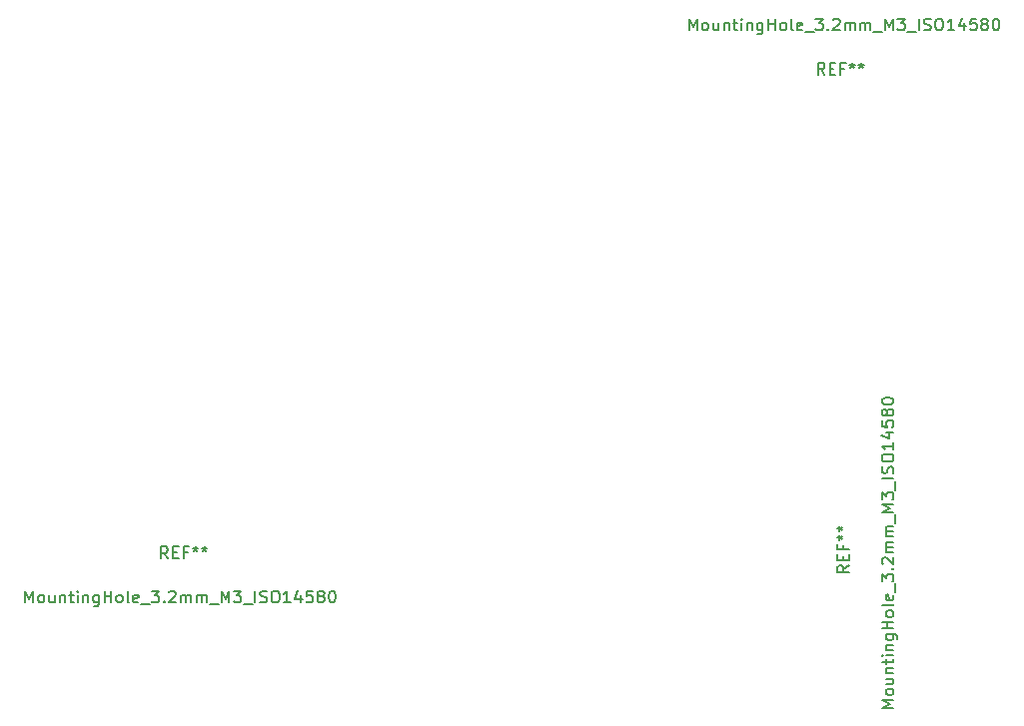
<source format=gbr>
G04 #@! TF.GenerationSoftware,KiCad,Pcbnew,5.1.6*
G04 #@! TF.CreationDate,2020-08-06T14:11:33+02:00*
G04 #@! TF.ProjectId,protoboard,70726f74-6f62-46f6-9172-642e6b696361,rev?*
G04 #@! TF.SameCoordinates,Original*
G04 #@! TF.FileFunction,Other,Fab,Top*
%FSLAX46Y46*%
G04 Gerber Fmt 4.6, Leading zero omitted, Abs format (unit mm)*
G04 Created by KiCad (PCBNEW 5.1.6) date 2020-08-06 14:11:33*
%MOMM*%
%LPD*%
G01*
G04 APERTURE LIST*
%ADD10C,0.150000*%
G04 APERTURE END LIST*
D10*
X90512952Y-30103380D02*
X90512952Y-29103380D01*
X90846285Y-29817666D01*
X91179619Y-29103380D01*
X91179619Y-30103380D01*
X91798666Y-30103380D02*
X91703428Y-30055761D01*
X91655809Y-30008142D01*
X91608190Y-29912904D01*
X91608190Y-29627190D01*
X91655809Y-29531952D01*
X91703428Y-29484333D01*
X91798666Y-29436714D01*
X91941523Y-29436714D01*
X92036761Y-29484333D01*
X92084380Y-29531952D01*
X92131999Y-29627190D01*
X92131999Y-29912904D01*
X92084380Y-30008142D01*
X92036761Y-30055761D01*
X91941523Y-30103380D01*
X91798666Y-30103380D01*
X92989142Y-29436714D02*
X92989142Y-30103380D01*
X92560571Y-29436714D02*
X92560571Y-29960523D01*
X92608190Y-30055761D01*
X92703428Y-30103380D01*
X92846285Y-30103380D01*
X92941523Y-30055761D01*
X92989142Y-30008142D01*
X93465333Y-29436714D02*
X93465333Y-30103380D01*
X93465333Y-29531952D02*
X93512952Y-29484333D01*
X93608190Y-29436714D01*
X93751047Y-29436714D01*
X93846285Y-29484333D01*
X93893904Y-29579571D01*
X93893904Y-30103380D01*
X94227238Y-29436714D02*
X94608190Y-29436714D01*
X94370095Y-29103380D02*
X94370095Y-29960523D01*
X94417714Y-30055761D01*
X94512952Y-30103380D01*
X94608190Y-30103380D01*
X94941523Y-30103380D02*
X94941523Y-29436714D01*
X94941523Y-29103380D02*
X94893904Y-29151000D01*
X94941523Y-29198619D01*
X94989142Y-29151000D01*
X94941523Y-29103380D01*
X94941523Y-29198619D01*
X95417714Y-29436714D02*
X95417714Y-30103380D01*
X95417714Y-29531952D02*
X95465333Y-29484333D01*
X95560571Y-29436714D01*
X95703428Y-29436714D01*
X95798666Y-29484333D01*
X95846285Y-29579571D01*
X95846285Y-30103380D01*
X96751047Y-29436714D02*
X96751047Y-30246238D01*
X96703428Y-30341476D01*
X96655809Y-30389095D01*
X96560571Y-30436714D01*
X96417714Y-30436714D01*
X96322476Y-30389095D01*
X96751047Y-30055761D02*
X96655809Y-30103380D01*
X96465333Y-30103380D01*
X96370095Y-30055761D01*
X96322476Y-30008142D01*
X96274857Y-29912904D01*
X96274857Y-29627190D01*
X96322476Y-29531952D01*
X96370095Y-29484333D01*
X96465333Y-29436714D01*
X96655809Y-29436714D01*
X96751047Y-29484333D01*
X97227238Y-30103380D02*
X97227238Y-29103380D01*
X97227238Y-29579571D02*
X97798666Y-29579571D01*
X97798666Y-30103380D02*
X97798666Y-29103380D01*
X98417714Y-30103380D02*
X98322476Y-30055761D01*
X98274857Y-30008142D01*
X98227238Y-29912904D01*
X98227238Y-29627190D01*
X98274857Y-29531952D01*
X98322476Y-29484333D01*
X98417714Y-29436714D01*
X98560571Y-29436714D01*
X98655809Y-29484333D01*
X98703428Y-29531952D01*
X98751047Y-29627190D01*
X98751047Y-29912904D01*
X98703428Y-30008142D01*
X98655809Y-30055761D01*
X98560571Y-30103380D01*
X98417714Y-30103380D01*
X99322476Y-30103380D02*
X99227238Y-30055761D01*
X99179619Y-29960523D01*
X99179619Y-29103380D01*
X100084380Y-30055761D02*
X99989142Y-30103380D01*
X99798666Y-30103380D01*
X99703428Y-30055761D01*
X99655809Y-29960523D01*
X99655809Y-29579571D01*
X99703428Y-29484333D01*
X99798666Y-29436714D01*
X99989142Y-29436714D01*
X100084380Y-29484333D01*
X100131999Y-29579571D01*
X100131999Y-29674809D01*
X99655809Y-29770047D01*
X100322476Y-30198619D02*
X101084380Y-30198619D01*
X101227238Y-29103380D02*
X101846285Y-29103380D01*
X101512952Y-29484333D01*
X101655809Y-29484333D01*
X101751047Y-29531952D01*
X101798666Y-29579571D01*
X101846285Y-29674809D01*
X101846285Y-29912904D01*
X101798666Y-30008142D01*
X101751047Y-30055761D01*
X101655809Y-30103380D01*
X101370095Y-30103380D01*
X101274857Y-30055761D01*
X101227238Y-30008142D01*
X102274857Y-30008142D02*
X102322476Y-30055761D01*
X102274857Y-30103380D01*
X102227238Y-30055761D01*
X102274857Y-30008142D01*
X102274857Y-30103380D01*
X102703428Y-29198619D02*
X102751047Y-29151000D01*
X102846285Y-29103380D01*
X103084380Y-29103380D01*
X103179619Y-29151000D01*
X103227238Y-29198619D01*
X103274857Y-29293857D01*
X103274857Y-29389095D01*
X103227238Y-29531952D01*
X102655809Y-30103380D01*
X103274857Y-30103380D01*
X103703428Y-30103380D02*
X103703428Y-29436714D01*
X103703428Y-29531952D02*
X103751047Y-29484333D01*
X103846285Y-29436714D01*
X103989142Y-29436714D01*
X104084380Y-29484333D01*
X104131999Y-29579571D01*
X104131999Y-30103380D01*
X104131999Y-29579571D02*
X104179619Y-29484333D01*
X104274857Y-29436714D01*
X104417714Y-29436714D01*
X104512952Y-29484333D01*
X104560571Y-29579571D01*
X104560571Y-30103380D01*
X105036761Y-30103380D02*
X105036761Y-29436714D01*
X105036761Y-29531952D02*
X105084380Y-29484333D01*
X105179619Y-29436714D01*
X105322476Y-29436714D01*
X105417714Y-29484333D01*
X105465333Y-29579571D01*
X105465333Y-30103380D01*
X105465333Y-29579571D02*
X105512952Y-29484333D01*
X105608190Y-29436714D01*
X105751047Y-29436714D01*
X105846285Y-29484333D01*
X105893904Y-29579571D01*
X105893904Y-30103380D01*
X106131999Y-30198619D02*
X106893904Y-30198619D01*
X107131999Y-30103380D02*
X107131999Y-29103380D01*
X107465333Y-29817666D01*
X107798666Y-29103380D01*
X107798666Y-30103380D01*
X108179619Y-29103380D02*
X108798666Y-29103380D01*
X108465333Y-29484333D01*
X108608190Y-29484333D01*
X108703428Y-29531952D01*
X108751047Y-29579571D01*
X108798666Y-29674809D01*
X108798666Y-29912904D01*
X108751047Y-30008142D01*
X108703428Y-30055761D01*
X108608190Y-30103380D01*
X108322476Y-30103380D01*
X108227238Y-30055761D01*
X108179619Y-30008142D01*
X108989142Y-30198619D02*
X109751047Y-30198619D01*
X109989142Y-30103380D02*
X109989142Y-29103380D01*
X110417714Y-30055761D02*
X110560571Y-30103380D01*
X110798666Y-30103380D01*
X110893904Y-30055761D01*
X110941523Y-30008142D01*
X110989142Y-29912904D01*
X110989142Y-29817666D01*
X110941523Y-29722428D01*
X110893904Y-29674809D01*
X110798666Y-29627190D01*
X110608190Y-29579571D01*
X110512952Y-29531952D01*
X110465333Y-29484333D01*
X110417714Y-29389095D01*
X110417714Y-29293857D01*
X110465333Y-29198619D01*
X110512952Y-29151000D01*
X110608190Y-29103380D01*
X110846285Y-29103380D01*
X110989142Y-29151000D01*
X111608190Y-29103380D02*
X111798666Y-29103380D01*
X111893904Y-29151000D01*
X111989142Y-29246238D01*
X112036761Y-29436714D01*
X112036761Y-29770047D01*
X111989142Y-29960523D01*
X111893904Y-30055761D01*
X111798666Y-30103380D01*
X111608190Y-30103380D01*
X111512952Y-30055761D01*
X111417714Y-29960523D01*
X111370095Y-29770047D01*
X111370095Y-29436714D01*
X111417714Y-29246238D01*
X111512952Y-29151000D01*
X111608190Y-29103380D01*
X112989142Y-30103380D02*
X112417714Y-30103380D01*
X112703428Y-30103380D02*
X112703428Y-29103380D01*
X112608190Y-29246238D01*
X112512952Y-29341476D01*
X112417714Y-29389095D01*
X113846285Y-29436714D02*
X113846285Y-30103380D01*
X113608190Y-29055761D02*
X113370095Y-29770047D01*
X113989142Y-29770047D01*
X114846285Y-29103380D02*
X114370095Y-29103380D01*
X114322476Y-29579571D01*
X114370095Y-29531952D01*
X114465333Y-29484333D01*
X114703428Y-29484333D01*
X114798666Y-29531952D01*
X114846285Y-29579571D01*
X114893904Y-29674809D01*
X114893904Y-29912904D01*
X114846285Y-30008142D01*
X114798666Y-30055761D01*
X114703428Y-30103380D01*
X114465333Y-30103380D01*
X114370095Y-30055761D01*
X114322476Y-30008142D01*
X115465333Y-29531952D02*
X115370095Y-29484333D01*
X115322476Y-29436714D01*
X115274857Y-29341476D01*
X115274857Y-29293857D01*
X115322476Y-29198619D01*
X115370095Y-29151000D01*
X115465333Y-29103380D01*
X115655809Y-29103380D01*
X115751047Y-29151000D01*
X115798666Y-29198619D01*
X115846285Y-29293857D01*
X115846285Y-29341476D01*
X115798666Y-29436714D01*
X115751047Y-29484333D01*
X115655809Y-29531952D01*
X115465333Y-29531952D01*
X115370095Y-29579571D01*
X115322476Y-29627190D01*
X115274857Y-29722428D01*
X115274857Y-29912904D01*
X115322476Y-30008142D01*
X115370095Y-30055761D01*
X115465333Y-30103380D01*
X115655809Y-30103380D01*
X115751047Y-30055761D01*
X115798666Y-30008142D01*
X115846285Y-29912904D01*
X115846285Y-29722428D01*
X115798666Y-29627190D01*
X115751047Y-29579571D01*
X115655809Y-29531952D01*
X116465333Y-29103380D02*
X116560571Y-29103380D01*
X116655809Y-29151000D01*
X116703428Y-29198619D01*
X116751047Y-29293857D01*
X116798666Y-29484333D01*
X116798666Y-29722428D01*
X116751047Y-29912904D01*
X116703428Y-30008142D01*
X116655809Y-30055761D01*
X116560571Y-30103380D01*
X116465333Y-30103380D01*
X116370095Y-30055761D01*
X116322476Y-30008142D01*
X116274857Y-29912904D01*
X116227238Y-29722428D01*
X116227238Y-29484333D01*
X116274857Y-29293857D01*
X116322476Y-29198619D01*
X116370095Y-29151000D01*
X116465333Y-29103380D01*
X101998666Y-33853380D02*
X101665333Y-33377190D01*
X101427238Y-33853380D02*
X101427238Y-32853380D01*
X101808190Y-32853380D01*
X101903428Y-32901000D01*
X101951047Y-32948619D01*
X101998666Y-33043857D01*
X101998666Y-33186714D01*
X101951047Y-33281952D01*
X101903428Y-33329571D01*
X101808190Y-33377190D01*
X101427238Y-33377190D01*
X102427238Y-33329571D02*
X102760571Y-33329571D01*
X102903428Y-33853380D02*
X102427238Y-33853380D01*
X102427238Y-32853380D01*
X102903428Y-32853380D01*
X103665333Y-33329571D02*
X103332000Y-33329571D01*
X103332000Y-33853380D02*
X103332000Y-32853380D01*
X103808190Y-32853380D01*
X104332000Y-32853380D02*
X104332000Y-33091476D01*
X104093904Y-32996238D02*
X104332000Y-33091476D01*
X104570095Y-32996238D01*
X104189142Y-33281952D02*
X104332000Y-33091476D01*
X104474857Y-33281952D01*
X105093904Y-32853380D02*
X105093904Y-33091476D01*
X104855809Y-32996238D02*
X105093904Y-33091476D01*
X105332000Y-32996238D01*
X104951047Y-33281952D02*
X105093904Y-33091476D01*
X105236761Y-33281952D01*
X107834380Y-87541047D02*
X106834380Y-87541047D01*
X107548666Y-87207714D01*
X106834380Y-86874380D01*
X107834380Y-86874380D01*
X107834380Y-86255333D02*
X107786761Y-86350571D01*
X107739142Y-86398190D01*
X107643904Y-86445809D01*
X107358190Y-86445809D01*
X107262952Y-86398190D01*
X107215333Y-86350571D01*
X107167714Y-86255333D01*
X107167714Y-86112476D01*
X107215333Y-86017238D01*
X107262952Y-85969619D01*
X107358190Y-85922000D01*
X107643904Y-85922000D01*
X107739142Y-85969619D01*
X107786761Y-86017238D01*
X107834380Y-86112476D01*
X107834380Y-86255333D01*
X107167714Y-85064857D02*
X107834380Y-85064857D01*
X107167714Y-85493428D02*
X107691523Y-85493428D01*
X107786761Y-85445809D01*
X107834380Y-85350571D01*
X107834380Y-85207714D01*
X107786761Y-85112476D01*
X107739142Y-85064857D01*
X107167714Y-84588666D02*
X107834380Y-84588666D01*
X107262952Y-84588666D02*
X107215333Y-84541047D01*
X107167714Y-84445809D01*
X107167714Y-84302952D01*
X107215333Y-84207714D01*
X107310571Y-84160095D01*
X107834380Y-84160095D01*
X107167714Y-83826761D02*
X107167714Y-83445809D01*
X106834380Y-83683904D02*
X107691523Y-83683904D01*
X107786761Y-83636285D01*
X107834380Y-83541047D01*
X107834380Y-83445809D01*
X107834380Y-83112476D02*
X107167714Y-83112476D01*
X106834380Y-83112476D02*
X106882000Y-83160095D01*
X106929619Y-83112476D01*
X106882000Y-83064857D01*
X106834380Y-83112476D01*
X106929619Y-83112476D01*
X107167714Y-82636285D02*
X107834380Y-82636285D01*
X107262952Y-82636285D02*
X107215333Y-82588666D01*
X107167714Y-82493428D01*
X107167714Y-82350571D01*
X107215333Y-82255333D01*
X107310571Y-82207714D01*
X107834380Y-82207714D01*
X107167714Y-81302952D02*
X107977238Y-81302952D01*
X108072476Y-81350571D01*
X108120095Y-81398190D01*
X108167714Y-81493428D01*
X108167714Y-81636285D01*
X108120095Y-81731523D01*
X107786761Y-81302952D02*
X107834380Y-81398190D01*
X107834380Y-81588666D01*
X107786761Y-81683904D01*
X107739142Y-81731523D01*
X107643904Y-81779142D01*
X107358190Y-81779142D01*
X107262952Y-81731523D01*
X107215333Y-81683904D01*
X107167714Y-81588666D01*
X107167714Y-81398190D01*
X107215333Y-81302952D01*
X107834380Y-80826761D02*
X106834380Y-80826761D01*
X107310571Y-80826761D02*
X107310571Y-80255333D01*
X107834380Y-80255333D02*
X106834380Y-80255333D01*
X107834380Y-79636285D02*
X107786761Y-79731523D01*
X107739142Y-79779142D01*
X107643904Y-79826761D01*
X107358190Y-79826761D01*
X107262952Y-79779142D01*
X107215333Y-79731523D01*
X107167714Y-79636285D01*
X107167714Y-79493428D01*
X107215333Y-79398190D01*
X107262952Y-79350571D01*
X107358190Y-79302952D01*
X107643904Y-79302952D01*
X107739142Y-79350571D01*
X107786761Y-79398190D01*
X107834380Y-79493428D01*
X107834380Y-79636285D01*
X107834380Y-78731523D02*
X107786761Y-78826761D01*
X107691523Y-78874380D01*
X106834380Y-78874380D01*
X107786761Y-77969619D02*
X107834380Y-78064857D01*
X107834380Y-78255333D01*
X107786761Y-78350571D01*
X107691523Y-78398190D01*
X107310571Y-78398190D01*
X107215333Y-78350571D01*
X107167714Y-78255333D01*
X107167714Y-78064857D01*
X107215333Y-77969619D01*
X107310571Y-77922000D01*
X107405809Y-77922000D01*
X107501047Y-78398190D01*
X107929619Y-77731523D02*
X107929619Y-76969619D01*
X106834380Y-76826761D02*
X106834380Y-76207714D01*
X107215333Y-76541047D01*
X107215333Y-76398190D01*
X107262952Y-76302952D01*
X107310571Y-76255333D01*
X107405809Y-76207714D01*
X107643904Y-76207714D01*
X107739142Y-76255333D01*
X107786761Y-76302952D01*
X107834380Y-76398190D01*
X107834380Y-76683904D01*
X107786761Y-76779142D01*
X107739142Y-76826761D01*
X107739142Y-75779142D02*
X107786761Y-75731523D01*
X107834380Y-75779142D01*
X107786761Y-75826761D01*
X107739142Y-75779142D01*
X107834380Y-75779142D01*
X106929619Y-75350571D02*
X106882000Y-75302952D01*
X106834380Y-75207714D01*
X106834380Y-74969619D01*
X106882000Y-74874380D01*
X106929619Y-74826761D01*
X107024857Y-74779142D01*
X107120095Y-74779142D01*
X107262952Y-74826761D01*
X107834380Y-75398190D01*
X107834380Y-74779142D01*
X107834380Y-74350571D02*
X107167714Y-74350571D01*
X107262952Y-74350571D02*
X107215333Y-74302952D01*
X107167714Y-74207714D01*
X107167714Y-74064857D01*
X107215333Y-73969619D01*
X107310571Y-73922000D01*
X107834380Y-73922000D01*
X107310571Y-73922000D02*
X107215333Y-73874380D01*
X107167714Y-73779142D01*
X107167714Y-73636285D01*
X107215333Y-73541047D01*
X107310571Y-73493428D01*
X107834380Y-73493428D01*
X107834380Y-73017238D02*
X107167714Y-73017238D01*
X107262952Y-73017238D02*
X107215333Y-72969619D01*
X107167714Y-72874380D01*
X107167714Y-72731523D01*
X107215333Y-72636285D01*
X107310571Y-72588666D01*
X107834380Y-72588666D01*
X107310571Y-72588666D02*
X107215333Y-72541047D01*
X107167714Y-72445809D01*
X107167714Y-72302952D01*
X107215333Y-72207714D01*
X107310571Y-72160095D01*
X107834380Y-72160095D01*
X107929619Y-71922000D02*
X107929619Y-71160095D01*
X107834380Y-70922000D02*
X106834380Y-70922000D01*
X107548666Y-70588666D01*
X106834380Y-70255333D01*
X107834380Y-70255333D01*
X106834380Y-69874380D02*
X106834380Y-69255333D01*
X107215333Y-69588666D01*
X107215333Y-69445809D01*
X107262952Y-69350571D01*
X107310571Y-69302952D01*
X107405809Y-69255333D01*
X107643904Y-69255333D01*
X107739142Y-69302952D01*
X107786761Y-69350571D01*
X107834380Y-69445809D01*
X107834380Y-69731523D01*
X107786761Y-69826761D01*
X107739142Y-69874380D01*
X107929619Y-69064857D02*
X107929619Y-68302952D01*
X107834380Y-68064857D02*
X106834380Y-68064857D01*
X107786761Y-67636285D02*
X107834380Y-67493428D01*
X107834380Y-67255333D01*
X107786761Y-67160095D01*
X107739142Y-67112476D01*
X107643904Y-67064857D01*
X107548666Y-67064857D01*
X107453428Y-67112476D01*
X107405809Y-67160095D01*
X107358190Y-67255333D01*
X107310571Y-67445809D01*
X107262952Y-67541047D01*
X107215333Y-67588666D01*
X107120095Y-67636285D01*
X107024857Y-67636285D01*
X106929619Y-67588666D01*
X106882000Y-67541047D01*
X106834380Y-67445809D01*
X106834380Y-67207714D01*
X106882000Y-67064857D01*
X106834380Y-66445809D02*
X106834380Y-66255333D01*
X106882000Y-66160095D01*
X106977238Y-66064857D01*
X107167714Y-66017238D01*
X107501047Y-66017238D01*
X107691523Y-66064857D01*
X107786761Y-66160095D01*
X107834380Y-66255333D01*
X107834380Y-66445809D01*
X107786761Y-66541047D01*
X107691523Y-66636285D01*
X107501047Y-66683904D01*
X107167714Y-66683904D01*
X106977238Y-66636285D01*
X106882000Y-66541047D01*
X106834380Y-66445809D01*
X107834380Y-65064857D02*
X107834380Y-65636285D01*
X107834380Y-65350571D02*
X106834380Y-65350571D01*
X106977238Y-65445809D01*
X107072476Y-65541047D01*
X107120095Y-65636285D01*
X107167714Y-64207714D02*
X107834380Y-64207714D01*
X106786761Y-64445809D02*
X107501047Y-64683904D01*
X107501047Y-64064857D01*
X106834380Y-63207714D02*
X106834380Y-63683904D01*
X107310571Y-63731523D01*
X107262952Y-63683904D01*
X107215333Y-63588666D01*
X107215333Y-63350571D01*
X107262952Y-63255333D01*
X107310571Y-63207714D01*
X107405809Y-63160095D01*
X107643904Y-63160095D01*
X107739142Y-63207714D01*
X107786761Y-63255333D01*
X107834380Y-63350571D01*
X107834380Y-63588666D01*
X107786761Y-63683904D01*
X107739142Y-63731523D01*
X107262952Y-62588666D02*
X107215333Y-62683904D01*
X107167714Y-62731523D01*
X107072476Y-62779142D01*
X107024857Y-62779142D01*
X106929619Y-62731523D01*
X106882000Y-62683904D01*
X106834380Y-62588666D01*
X106834380Y-62398190D01*
X106882000Y-62302952D01*
X106929619Y-62255333D01*
X107024857Y-62207714D01*
X107072476Y-62207714D01*
X107167714Y-62255333D01*
X107215333Y-62302952D01*
X107262952Y-62398190D01*
X107262952Y-62588666D01*
X107310571Y-62683904D01*
X107358190Y-62731523D01*
X107453428Y-62779142D01*
X107643904Y-62779142D01*
X107739142Y-62731523D01*
X107786761Y-62683904D01*
X107834380Y-62588666D01*
X107834380Y-62398190D01*
X107786761Y-62302952D01*
X107739142Y-62255333D01*
X107643904Y-62207714D01*
X107453428Y-62207714D01*
X107358190Y-62255333D01*
X107310571Y-62302952D01*
X107262952Y-62398190D01*
X106834380Y-61588666D02*
X106834380Y-61493428D01*
X106882000Y-61398190D01*
X106929619Y-61350571D01*
X107024857Y-61302952D01*
X107215333Y-61255333D01*
X107453428Y-61255333D01*
X107643904Y-61302952D01*
X107739142Y-61350571D01*
X107786761Y-61398190D01*
X107834380Y-61493428D01*
X107834380Y-61588666D01*
X107786761Y-61683904D01*
X107739142Y-61731523D01*
X107643904Y-61779142D01*
X107453428Y-61826761D01*
X107215333Y-61826761D01*
X107024857Y-61779142D01*
X106929619Y-61731523D01*
X106882000Y-61683904D01*
X106834380Y-61588666D01*
X104084380Y-75455333D02*
X103608190Y-75788666D01*
X104084380Y-76026761D02*
X103084380Y-76026761D01*
X103084380Y-75645809D01*
X103132000Y-75550571D01*
X103179619Y-75502952D01*
X103274857Y-75455333D01*
X103417714Y-75455333D01*
X103512952Y-75502952D01*
X103560571Y-75550571D01*
X103608190Y-75645809D01*
X103608190Y-76026761D01*
X103560571Y-75026761D02*
X103560571Y-74693428D01*
X104084380Y-74550571D02*
X104084380Y-75026761D01*
X103084380Y-75026761D01*
X103084380Y-74550571D01*
X103560571Y-73788666D02*
X103560571Y-74122000D01*
X104084380Y-74122000D02*
X103084380Y-74122000D01*
X103084380Y-73645809D01*
X103084380Y-73122000D02*
X103322476Y-73122000D01*
X103227238Y-73360095D02*
X103322476Y-73122000D01*
X103227238Y-72883904D01*
X103512952Y-73264857D02*
X103322476Y-73122000D01*
X103512952Y-72979142D01*
X103084380Y-72360095D02*
X103322476Y-72360095D01*
X103227238Y-72598190D02*
X103322476Y-72360095D01*
X103227238Y-72122000D01*
X103512952Y-72502952D02*
X103322476Y-72360095D01*
X103512952Y-72217238D01*
X34251952Y-78624380D02*
X34251952Y-77624380D01*
X34585285Y-78338666D01*
X34918619Y-77624380D01*
X34918619Y-78624380D01*
X35537666Y-78624380D02*
X35442428Y-78576761D01*
X35394809Y-78529142D01*
X35347190Y-78433904D01*
X35347190Y-78148190D01*
X35394809Y-78052952D01*
X35442428Y-78005333D01*
X35537666Y-77957714D01*
X35680523Y-77957714D01*
X35775761Y-78005333D01*
X35823380Y-78052952D01*
X35871000Y-78148190D01*
X35871000Y-78433904D01*
X35823380Y-78529142D01*
X35775761Y-78576761D01*
X35680523Y-78624380D01*
X35537666Y-78624380D01*
X36728142Y-77957714D02*
X36728142Y-78624380D01*
X36299571Y-77957714D02*
X36299571Y-78481523D01*
X36347190Y-78576761D01*
X36442428Y-78624380D01*
X36585285Y-78624380D01*
X36680523Y-78576761D01*
X36728142Y-78529142D01*
X37204333Y-77957714D02*
X37204333Y-78624380D01*
X37204333Y-78052952D02*
X37251952Y-78005333D01*
X37347190Y-77957714D01*
X37490047Y-77957714D01*
X37585285Y-78005333D01*
X37632904Y-78100571D01*
X37632904Y-78624380D01*
X37966238Y-77957714D02*
X38347190Y-77957714D01*
X38109095Y-77624380D02*
X38109095Y-78481523D01*
X38156714Y-78576761D01*
X38251952Y-78624380D01*
X38347190Y-78624380D01*
X38680523Y-78624380D02*
X38680523Y-77957714D01*
X38680523Y-77624380D02*
X38632904Y-77672000D01*
X38680523Y-77719619D01*
X38728142Y-77672000D01*
X38680523Y-77624380D01*
X38680523Y-77719619D01*
X39156714Y-77957714D02*
X39156714Y-78624380D01*
X39156714Y-78052952D02*
X39204333Y-78005333D01*
X39299571Y-77957714D01*
X39442428Y-77957714D01*
X39537666Y-78005333D01*
X39585285Y-78100571D01*
X39585285Y-78624380D01*
X40490047Y-77957714D02*
X40490047Y-78767238D01*
X40442428Y-78862476D01*
X40394809Y-78910095D01*
X40299571Y-78957714D01*
X40156714Y-78957714D01*
X40061476Y-78910095D01*
X40490047Y-78576761D02*
X40394809Y-78624380D01*
X40204333Y-78624380D01*
X40109095Y-78576761D01*
X40061476Y-78529142D01*
X40013857Y-78433904D01*
X40013857Y-78148190D01*
X40061476Y-78052952D01*
X40109095Y-78005333D01*
X40204333Y-77957714D01*
X40394809Y-77957714D01*
X40490047Y-78005333D01*
X40966238Y-78624380D02*
X40966238Y-77624380D01*
X40966238Y-78100571D02*
X41537666Y-78100571D01*
X41537666Y-78624380D02*
X41537666Y-77624380D01*
X42156714Y-78624380D02*
X42061476Y-78576761D01*
X42013857Y-78529142D01*
X41966238Y-78433904D01*
X41966238Y-78148190D01*
X42013857Y-78052952D01*
X42061476Y-78005333D01*
X42156714Y-77957714D01*
X42299571Y-77957714D01*
X42394809Y-78005333D01*
X42442428Y-78052952D01*
X42490047Y-78148190D01*
X42490047Y-78433904D01*
X42442428Y-78529142D01*
X42394809Y-78576761D01*
X42299571Y-78624380D01*
X42156714Y-78624380D01*
X43061476Y-78624380D02*
X42966238Y-78576761D01*
X42918619Y-78481523D01*
X42918619Y-77624380D01*
X43823380Y-78576761D02*
X43728142Y-78624380D01*
X43537666Y-78624380D01*
X43442428Y-78576761D01*
X43394809Y-78481523D01*
X43394809Y-78100571D01*
X43442428Y-78005333D01*
X43537666Y-77957714D01*
X43728142Y-77957714D01*
X43823380Y-78005333D01*
X43871000Y-78100571D01*
X43871000Y-78195809D01*
X43394809Y-78291047D01*
X44061476Y-78719619D02*
X44823380Y-78719619D01*
X44966238Y-77624380D02*
X45585285Y-77624380D01*
X45251952Y-78005333D01*
X45394809Y-78005333D01*
X45490047Y-78052952D01*
X45537666Y-78100571D01*
X45585285Y-78195809D01*
X45585285Y-78433904D01*
X45537666Y-78529142D01*
X45490047Y-78576761D01*
X45394809Y-78624380D01*
X45109095Y-78624380D01*
X45013857Y-78576761D01*
X44966238Y-78529142D01*
X46013857Y-78529142D02*
X46061476Y-78576761D01*
X46013857Y-78624380D01*
X45966238Y-78576761D01*
X46013857Y-78529142D01*
X46013857Y-78624380D01*
X46442428Y-77719619D02*
X46490047Y-77672000D01*
X46585285Y-77624380D01*
X46823380Y-77624380D01*
X46918619Y-77672000D01*
X46966238Y-77719619D01*
X47013857Y-77814857D01*
X47013857Y-77910095D01*
X46966238Y-78052952D01*
X46394809Y-78624380D01*
X47013857Y-78624380D01*
X47442428Y-78624380D02*
X47442428Y-77957714D01*
X47442428Y-78052952D02*
X47490047Y-78005333D01*
X47585285Y-77957714D01*
X47728142Y-77957714D01*
X47823380Y-78005333D01*
X47870999Y-78100571D01*
X47870999Y-78624380D01*
X47870999Y-78100571D02*
X47918619Y-78005333D01*
X48013857Y-77957714D01*
X48156714Y-77957714D01*
X48251952Y-78005333D01*
X48299571Y-78100571D01*
X48299571Y-78624380D01*
X48775761Y-78624380D02*
X48775761Y-77957714D01*
X48775761Y-78052952D02*
X48823380Y-78005333D01*
X48918619Y-77957714D01*
X49061476Y-77957714D01*
X49156714Y-78005333D01*
X49204333Y-78100571D01*
X49204333Y-78624380D01*
X49204333Y-78100571D02*
X49251952Y-78005333D01*
X49347190Y-77957714D01*
X49490047Y-77957714D01*
X49585285Y-78005333D01*
X49632904Y-78100571D01*
X49632904Y-78624380D01*
X49870999Y-78719619D02*
X50632904Y-78719619D01*
X50870999Y-78624380D02*
X50870999Y-77624380D01*
X51204333Y-78338666D01*
X51537666Y-77624380D01*
X51537666Y-78624380D01*
X51918619Y-77624380D02*
X52537666Y-77624380D01*
X52204333Y-78005333D01*
X52347190Y-78005333D01*
X52442428Y-78052952D01*
X52490047Y-78100571D01*
X52537666Y-78195809D01*
X52537666Y-78433904D01*
X52490047Y-78529142D01*
X52442428Y-78576761D01*
X52347190Y-78624380D01*
X52061476Y-78624380D01*
X51966238Y-78576761D01*
X51918619Y-78529142D01*
X52728142Y-78719619D02*
X53490047Y-78719619D01*
X53728142Y-78624380D02*
X53728142Y-77624380D01*
X54156714Y-78576761D02*
X54299571Y-78624380D01*
X54537666Y-78624380D01*
X54632904Y-78576761D01*
X54680523Y-78529142D01*
X54728142Y-78433904D01*
X54728142Y-78338666D01*
X54680523Y-78243428D01*
X54632904Y-78195809D01*
X54537666Y-78148190D01*
X54347190Y-78100571D01*
X54251952Y-78052952D01*
X54204333Y-78005333D01*
X54156714Y-77910095D01*
X54156714Y-77814857D01*
X54204333Y-77719619D01*
X54251952Y-77672000D01*
X54347190Y-77624380D01*
X54585285Y-77624380D01*
X54728142Y-77672000D01*
X55347190Y-77624380D02*
X55537666Y-77624380D01*
X55632904Y-77672000D01*
X55728142Y-77767238D01*
X55775761Y-77957714D01*
X55775761Y-78291047D01*
X55728142Y-78481523D01*
X55632904Y-78576761D01*
X55537666Y-78624380D01*
X55347190Y-78624380D01*
X55251952Y-78576761D01*
X55156714Y-78481523D01*
X55109095Y-78291047D01*
X55109095Y-77957714D01*
X55156714Y-77767238D01*
X55251952Y-77672000D01*
X55347190Y-77624380D01*
X56728142Y-78624380D02*
X56156714Y-78624380D01*
X56442428Y-78624380D02*
X56442428Y-77624380D01*
X56347190Y-77767238D01*
X56251952Y-77862476D01*
X56156714Y-77910095D01*
X57585285Y-77957714D02*
X57585285Y-78624380D01*
X57347190Y-77576761D02*
X57109095Y-78291047D01*
X57728142Y-78291047D01*
X58585285Y-77624380D02*
X58109095Y-77624380D01*
X58061476Y-78100571D01*
X58109095Y-78052952D01*
X58204333Y-78005333D01*
X58442428Y-78005333D01*
X58537666Y-78052952D01*
X58585285Y-78100571D01*
X58632904Y-78195809D01*
X58632904Y-78433904D01*
X58585285Y-78529142D01*
X58537666Y-78576761D01*
X58442428Y-78624380D01*
X58204333Y-78624380D01*
X58109095Y-78576761D01*
X58061476Y-78529142D01*
X59204333Y-78052952D02*
X59109095Y-78005333D01*
X59061476Y-77957714D01*
X59013857Y-77862476D01*
X59013857Y-77814857D01*
X59061476Y-77719619D01*
X59109095Y-77672000D01*
X59204333Y-77624380D01*
X59394809Y-77624380D01*
X59490047Y-77672000D01*
X59537666Y-77719619D01*
X59585285Y-77814857D01*
X59585285Y-77862476D01*
X59537666Y-77957714D01*
X59490047Y-78005333D01*
X59394809Y-78052952D01*
X59204333Y-78052952D01*
X59109095Y-78100571D01*
X59061476Y-78148190D01*
X59013857Y-78243428D01*
X59013857Y-78433904D01*
X59061476Y-78529142D01*
X59109095Y-78576761D01*
X59204333Y-78624380D01*
X59394809Y-78624380D01*
X59490047Y-78576761D01*
X59537666Y-78529142D01*
X59585285Y-78433904D01*
X59585285Y-78243428D01*
X59537666Y-78148190D01*
X59490047Y-78100571D01*
X59394809Y-78052952D01*
X60204333Y-77624380D02*
X60299571Y-77624380D01*
X60394809Y-77672000D01*
X60442428Y-77719619D01*
X60490047Y-77814857D01*
X60537666Y-78005333D01*
X60537666Y-78243428D01*
X60490047Y-78433904D01*
X60442428Y-78529142D01*
X60394809Y-78576761D01*
X60299571Y-78624380D01*
X60204333Y-78624380D01*
X60109095Y-78576761D01*
X60061476Y-78529142D01*
X60013857Y-78433904D01*
X59966238Y-78243428D01*
X59966238Y-78005333D01*
X60013857Y-77814857D01*
X60061476Y-77719619D01*
X60109095Y-77672000D01*
X60204333Y-77624380D01*
X46337666Y-74874380D02*
X46004333Y-74398190D01*
X45766238Y-74874380D02*
X45766238Y-73874380D01*
X46147190Y-73874380D01*
X46242428Y-73922000D01*
X46290047Y-73969619D01*
X46337666Y-74064857D01*
X46337666Y-74207714D01*
X46290047Y-74302952D01*
X46242428Y-74350571D01*
X46147190Y-74398190D01*
X45766238Y-74398190D01*
X46766238Y-74350571D02*
X47099571Y-74350571D01*
X47242428Y-74874380D02*
X46766238Y-74874380D01*
X46766238Y-73874380D01*
X47242428Y-73874380D01*
X48004333Y-74350571D02*
X47671000Y-74350571D01*
X47671000Y-74874380D02*
X47671000Y-73874380D01*
X48147190Y-73874380D01*
X48671000Y-73874380D02*
X48671000Y-74112476D01*
X48432904Y-74017238D02*
X48671000Y-74112476D01*
X48909095Y-74017238D01*
X48528142Y-74302952D02*
X48671000Y-74112476D01*
X48813857Y-74302952D01*
X49432904Y-73874380D02*
X49432904Y-74112476D01*
X49194809Y-74017238D02*
X49432904Y-74112476D01*
X49671000Y-74017238D01*
X49290047Y-74302952D02*
X49432904Y-74112476D01*
X49575761Y-74302952D01*
M02*

</source>
